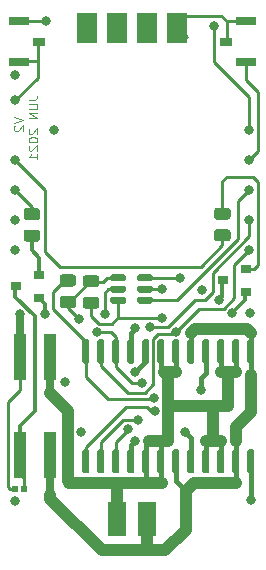
<source format=gbr>
%TF.GenerationSoftware,KiCad,Pcbnew,(5.1.10-1-10_14)*%
%TF.CreationDate,2021-06-13T18:58:13+09:00*%
%TF.ProjectId,tracer,74726163-6572-42e6-9b69-6361645f7063,rev?*%
%TF.SameCoordinates,Original*%
%TF.FileFunction,Copper,L4,Bot*%
%TF.FilePolarity,Positive*%
%FSLAX46Y46*%
G04 Gerber Fmt 4.6, Leading zero omitted, Abs format (unit mm)*
G04 Created by KiCad (PCBNEW (5.1.10-1-10_14)) date 2021-06-13 18:58:13*
%MOMM*%
%LPD*%
G01*
G04 APERTURE LIST*
%TA.AperFunction,NonConductor*%
%ADD10C,0.125000*%
%TD*%
%TA.AperFunction,SMDPad,CuDef*%
%ADD11R,1.800000X2.500000*%
%TD*%
%TA.AperFunction,SMDPad,CuDef*%
%ADD12R,1.700000X0.800000*%
%TD*%
%TA.AperFunction,SMDPad,CuDef*%
%ADD13R,1.100000X0.800000*%
%TD*%
%TA.AperFunction,SMDPad,CuDef*%
%ADD14R,1.500000X3.000000*%
%TD*%
%TA.AperFunction,ComponentPad*%
%ADD15C,0.800000*%
%TD*%
%TA.AperFunction,SMDPad,CuDef*%
%ADD16R,1.000000X4.000000*%
%TD*%
%TA.AperFunction,SMDPad,CuDef*%
%ADD17R,0.500000X0.600000*%
%TD*%
%TA.AperFunction,SMDPad,CuDef*%
%ADD18R,0.900000X0.800000*%
%TD*%
%TA.AperFunction,ViaPad*%
%ADD19C,0.800000*%
%TD*%
%TA.AperFunction,Conductor*%
%ADD20C,0.457200*%
%TD*%
%TA.AperFunction,Conductor*%
%ADD21C,0.304800*%
%TD*%
%TA.AperFunction,Conductor*%
%ADD22C,0.250000*%
%TD*%
%TA.AperFunction,Conductor*%
%ADD23C,0.635000*%
%TD*%
%TA.AperFunction,Conductor*%
%ADD24C,1.016000*%
%TD*%
G04 APERTURE END LIST*
D10*
X-10035714Y39292857D02*
X-9285714Y39042857D01*
X-10035714Y38792857D01*
X-9964285Y38578571D02*
X-10000000Y38542857D01*
X-10035714Y38471428D01*
X-10035714Y38292857D01*
X-10000000Y38221428D01*
X-9964285Y38185714D01*
X-9892857Y38150000D01*
X-9821428Y38150000D01*
X-9714285Y38185714D01*
X-9285714Y38614285D01*
X-9285714Y38150000D01*
X-8785714Y40792857D02*
X-8250000Y40792857D01*
X-8142857Y40828571D01*
X-8071428Y40900000D01*
X-8035714Y41007142D01*
X-8035714Y41078571D01*
X-8785714Y40435714D02*
X-8178571Y40435714D01*
X-8107142Y40400000D01*
X-8071428Y40364285D01*
X-8035714Y40292857D01*
X-8035714Y40150000D01*
X-8071428Y40078571D01*
X-8107142Y40042857D01*
X-8178571Y40007142D01*
X-8785714Y40007142D01*
X-8035714Y39650000D02*
X-8785714Y39650000D01*
X-8035714Y39221428D01*
X-8785714Y39221428D01*
X-8714285Y38328571D02*
X-8750000Y38292857D01*
X-8785714Y38221428D01*
X-8785714Y38042857D01*
X-8750000Y37971428D01*
X-8714285Y37935714D01*
X-8642857Y37900000D01*
X-8571428Y37900000D01*
X-8464285Y37935714D01*
X-8035714Y38364285D01*
X-8035714Y37900000D01*
X-8785714Y37435714D02*
X-8785714Y37364285D01*
X-8750000Y37292857D01*
X-8714285Y37257142D01*
X-8642857Y37221428D01*
X-8500000Y37185714D01*
X-8321428Y37185714D01*
X-8178571Y37221428D01*
X-8107142Y37257142D01*
X-8071428Y37292857D01*
X-8035714Y37364285D01*
X-8035714Y37435714D01*
X-8071428Y37507142D01*
X-8107142Y37542857D01*
X-8178571Y37578571D01*
X-8321428Y37614285D01*
X-8500000Y37614285D01*
X-8642857Y37578571D01*
X-8714285Y37542857D01*
X-8750000Y37507142D01*
X-8785714Y37435714D01*
X-8714285Y36900000D02*
X-8750000Y36864285D01*
X-8785714Y36792857D01*
X-8785714Y36614285D01*
X-8750000Y36542857D01*
X-8714285Y36507142D01*
X-8642857Y36471428D01*
X-8571428Y36471428D01*
X-8464285Y36507142D01*
X-8035714Y36935714D01*
X-8035714Y36471428D01*
X-8035714Y35757142D02*
X-8035714Y36185714D01*
X-8035714Y35971428D02*
X-8785714Y35971428D01*
X-8678571Y36042857D01*
X-8607142Y36114285D01*
X-8571428Y36185714D01*
D11*
%TO.P,A2,1*%
%TO.N,GND*%
X3810000Y46889000D03*
%TO.P,A2,2*%
%TO.N,+3V3*%
X1270000Y46889000D03*
%TO.P,A2,3*%
%TO.N,Net-(A1-Pad15)*%
X-1270000Y46889000D03*
%TO.P,A2,4*%
%TO.N,Net-(A1-Pad16)*%
X-3810000Y46889000D03*
%TD*%
D12*
%TO.P,S2,2*%
%TO.N,Net-(A1-Pad14)*%
X-9588500Y47420000D03*
%TO.P,S2,1*%
%TO.N,GND*%
X-9588500Y44020000D03*
D13*
%TO.P,S2,3*%
X-7938500Y45720000D03*
%TD*%
D12*
%TO.P,S1,2*%
%TO.N,Net-(A1-Pad13)*%
X9588500Y44020000D03*
%TO.P,S1,1*%
%TO.N,GND*%
X9588500Y47420000D03*
D13*
%TO.P,S1,3*%
X7938500Y45720000D03*
%TD*%
%TO.P,R4,2*%
%TO.N,+5V*%
%TA.AperFunction,SMDPad,CuDef*%
G36*
G01*
X-5911002Y24174500D02*
X-5010998Y24174500D01*
G75*
G02*
X-4761000Y23924502I0J-249998D01*
G01*
X-4761000Y23399498D01*
G75*
G02*
X-5010998Y23149500I-249998J0D01*
G01*
X-5911002Y23149500D01*
G75*
G02*
X-6161000Y23399498I0J249998D01*
G01*
X-6161000Y23924502D01*
G75*
G02*
X-5911002Y24174500I249998J0D01*
G01*
G37*
%TD.AperFunction*%
%TO.P,R4,1*%
%TO.N,/SDO2*%
%TA.AperFunction,SMDPad,CuDef*%
G36*
G01*
X-5911002Y25999500D02*
X-5010998Y25999500D01*
G75*
G02*
X-4761000Y25749502I0J-249998D01*
G01*
X-4761000Y25224498D01*
G75*
G02*
X-5010998Y24974500I-249998J0D01*
G01*
X-5911002Y24974500D01*
G75*
G02*
X-6161000Y25224498I0J249998D01*
G01*
X-6161000Y25749502D01*
G75*
G02*
X-5911002Y25999500I249998J0D01*
G01*
G37*
%TD.AperFunction*%
%TD*%
%TO.P,R3,2*%
%TO.N,+5V*%
%TA.AperFunction,SMDPad,CuDef*%
G36*
G01*
X-3042498Y24911000D02*
X-3942502Y24911000D01*
G75*
G02*
X-4192500Y25160998I0J249998D01*
G01*
X-4192500Y25686002D01*
G75*
G02*
X-3942502Y25936000I249998J0D01*
G01*
X-3042498Y25936000D01*
G75*
G02*
X-2792500Y25686002I0J-249998D01*
G01*
X-2792500Y25160998D01*
G75*
G02*
X-3042498Y24911000I-249998J0D01*
G01*
G37*
%TD.AperFunction*%
%TO.P,R3,1*%
%TO.N,/SDO1_5V*%
%TA.AperFunction,SMDPad,CuDef*%
G36*
G01*
X-3042498Y23086000D02*
X-3942502Y23086000D01*
G75*
G02*
X-4192500Y23335998I0J249998D01*
G01*
X-4192500Y23861002D01*
G75*
G02*
X-3942502Y24111000I249998J0D01*
G01*
X-3042498Y24111000D01*
G75*
G02*
X-2792500Y23861002I0J-249998D01*
G01*
X-2792500Y23335998D01*
G75*
G02*
X-3042498Y23086000I-249998J0D01*
G01*
G37*
%TD.AperFunction*%
%TD*%
%TO.P,U3,1*%
%TO.N,+3V3*%
%TA.AperFunction,SMDPad,CuDef*%
G36*
G01*
X1736500Y25865000D02*
X1736500Y25565000D01*
G75*
G02*
X1586500Y25415000I-150000J0D01*
G01*
X561500Y25415000D01*
G75*
G02*
X411500Y25565000I0J150000D01*
G01*
X411500Y25865000D01*
G75*
G02*
X561500Y26015000I150000J0D01*
G01*
X1586500Y26015000D01*
G75*
G02*
X1736500Y25865000I0J-150000D01*
G01*
G37*
%TD.AperFunction*%
%TO.P,U3,2*%
%TO.N,GND*%
%TA.AperFunction,SMDPad,CuDef*%
G36*
G01*
X1736500Y24915000D02*
X1736500Y24615000D01*
G75*
G02*
X1586500Y24465000I-150000J0D01*
G01*
X561500Y24465000D01*
G75*
G02*
X411500Y24615000I0J150000D01*
G01*
X411500Y24915000D01*
G75*
G02*
X561500Y25065000I150000J0D01*
G01*
X1586500Y25065000D01*
G75*
G02*
X1736500Y24915000I0J-150000D01*
G01*
G37*
%TD.AperFunction*%
%TO.P,U3,3*%
%TO.N,/SDO1_3V*%
%TA.AperFunction,SMDPad,CuDef*%
G36*
G01*
X1736500Y23965000D02*
X1736500Y23665000D01*
G75*
G02*
X1586500Y23515000I-150000J0D01*
G01*
X561500Y23515000D01*
G75*
G02*
X411500Y23665000I0J150000D01*
G01*
X411500Y23965000D01*
G75*
G02*
X561500Y24115000I150000J0D01*
G01*
X1586500Y24115000D01*
G75*
G02*
X1736500Y23965000I0J-150000D01*
G01*
G37*
%TD.AperFunction*%
%TO.P,U3,4*%
%TO.N,/SDO1_5V*%
%TA.AperFunction,SMDPad,CuDef*%
G36*
G01*
X-538500Y23965000D02*
X-538500Y23665000D01*
G75*
G02*
X-688500Y23515000I-150000J0D01*
G01*
X-1713500Y23515000D01*
G75*
G02*
X-1863500Y23665000I0J150000D01*
G01*
X-1863500Y23965000D01*
G75*
G02*
X-1713500Y24115000I150000J0D01*
G01*
X-688500Y24115000D01*
G75*
G02*
X-538500Y23965000I0J-150000D01*
G01*
G37*
%TD.AperFunction*%
%TO.P,U3,5*%
%TO.N,/~SHDN*%
%TA.AperFunction,SMDPad,CuDef*%
G36*
G01*
X-538500Y24915000D02*
X-538500Y24615000D01*
G75*
G02*
X-688500Y24465000I-150000J0D01*
G01*
X-1713500Y24465000D01*
G75*
G02*
X-1863500Y24615000I0J150000D01*
G01*
X-1863500Y24915000D01*
G75*
G02*
X-1713500Y25065000I150000J0D01*
G01*
X-688500Y25065000D01*
G75*
G02*
X-538500Y24915000I0J-150000D01*
G01*
G37*
%TD.AperFunction*%
%TO.P,U3,6*%
%TO.N,+5V*%
%TA.AperFunction,SMDPad,CuDef*%
G36*
G01*
X-538500Y25865000D02*
X-538500Y25565000D01*
G75*
G02*
X-688500Y25415000I-150000J0D01*
G01*
X-1713500Y25415000D01*
G75*
G02*
X-1863500Y25565000I0J150000D01*
G01*
X-1863500Y25865000D01*
G75*
G02*
X-1713500Y26015000I150000J0D01*
G01*
X-688500Y26015000D01*
G75*
G02*
X-538500Y25865000I0J-150000D01*
G01*
G37*
%TD.AperFunction*%
%TD*%
D14*
%TO.P,J1,2*%
%TO.N,/SIG2A*%
X-1270000Y5327000D03*
%TO.P,J1,4*%
%TO.N,/SIG2B*%
X1270000Y5327000D03*
%TD*%
D15*
%TO.P,TP14,1*%
%TO.N,Net-(A1-Pad14)*%
X9906000Y38227000D03*
%TD*%
%TO.P,TP13,1*%
%TO.N,Net-(A1-Pad13)*%
X9906000Y35687000D03*
%TD*%
D16*
%TO.P,K2,2*%
%TO.N,Net-(D2-Pad2)*%
X-9525000Y10680000D03*
%TO.P,K2,4*%
%TO.N,/SIG2B*%
X-6985000Y10680000D03*
%TO.P,K2,3*%
%TO.N,/SIG2A*%
X-6985000Y18980000D03*
%TO.P,K2,1*%
%TO.N,+5V*%
X-9525000Y18980000D03*
%TD*%
D17*
%TO.P,D2,2*%
%TO.N,Net-(D2-Pad2)*%
X-9144000Y7845000D03*
%TO.P,D2,1*%
%TO.N,+5V*%
X-9944000Y7845000D03*
%TD*%
%TO.P,R1,2*%
%TO.N,/RELAY1*%
%TA.AperFunction,SMDPad,CuDef*%
G36*
G01*
X7169998Y29826000D02*
X8070002Y29826000D01*
G75*
G02*
X8320000Y29576002I0J-249998D01*
G01*
X8320000Y29050998D01*
G75*
G02*
X8070002Y28801000I-249998J0D01*
G01*
X7169998Y28801000D01*
G75*
G02*
X6920000Y29050998I0J249998D01*
G01*
X6920000Y29576002D01*
G75*
G02*
X7169998Y29826000I249998J0D01*
G01*
G37*
%TD.AperFunction*%
%TO.P,R1,1*%
%TO.N,Net-(Q1-Pad1)*%
%TA.AperFunction,SMDPad,CuDef*%
G36*
G01*
X7169998Y31651000D02*
X8070002Y31651000D01*
G75*
G02*
X8320000Y31401002I0J-249998D01*
G01*
X8320000Y30875998D01*
G75*
G02*
X8070002Y30626000I-249998J0D01*
G01*
X7169998Y30626000D01*
G75*
G02*
X6920000Y30875998I0J249998D01*
G01*
X6920000Y31401002D01*
G75*
G02*
X7169998Y31651000I249998J0D01*
G01*
G37*
%TD.AperFunction*%
%TD*%
%TO.P,R2,2*%
%TO.N,/RELAY2*%
%TA.AperFunction,SMDPad,CuDef*%
G36*
G01*
X-8058998Y30597000D02*
X-8959002Y30597000D01*
G75*
G02*
X-9209000Y30846998I0J249998D01*
G01*
X-9209000Y31372002D01*
G75*
G02*
X-8959002Y31622000I249998J0D01*
G01*
X-8058998Y31622000D01*
G75*
G02*
X-7809000Y31372002I0J-249998D01*
G01*
X-7809000Y30846998D01*
G75*
G02*
X-8058998Y30597000I-249998J0D01*
G01*
G37*
%TD.AperFunction*%
%TO.P,R2,1*%
%TO.N,Net-(Q2-Pad1)*%
%TA.AperFunction,SMDPad,CuDef*%
G36*
G01*
X-8058998Y28772000D02*
X-8959002Y28772000D01*
G75*
G02*
X-9209000Y29021998I0J249998D01*
G01*
X-9209000Y29547002D01*
G75*
G02*
X-8959002Y29797000I249998J0D01*
G01*
X-8058998Y29797000D01*
G75*
G02*
X-7809000Y29547002I0J-249998D01*
G01*
X-7809000Y29021998D01*
G75*
G02*
X-8058998Y28772000I-249998J0D01*
G01*
G37*
%TD.AperFunction*%
%TD*%
D18*
%TO.P,Q1,1*%
%TO.N,Net-(Q1-Pad1)*%
X9636000Y26448000D03*
%TO.P,Q1,2*%
%TO.N,GND*%
X9636000Y24548000D03*
%TO.P,Q1,3*%
%TO.N,Net-(D1-Pad2)*%
X7636000Y25498000D03*
%TD*%
%TO.P,Q2,1*%
%TO.N,Net-(Q2-Pad1)*%
X-7890000Y25940000D03*
%TO.P,Q2,2*%
%TO.N,GND*%
X-7890000Y24040000D03*
%TO.P,Q2,3*%
%TO.N,Net-(D2-Pad2)*%
X-9890000Y24990000D03*
%TD*%
%TO.P,U2,1*%
%TO.N,GND*%
%TA.AperFunction,SMDPad,CuDef*%
G36*
G01*
X10183000Y9155000D02*
X9883000Y9155000D01*
G75*
G02*
X9733000Y9305000I0J150000D01*
G01*
X9733000Y11055000D01*
G75*
G02*
X9883000Y11205000I150000J0D01*
G01*
X10183000Y11205000D01*
G75*
G02*
X10333000Y11055000I0J-150000D01*
G01*
X10333000Y9305000D01*
G75*
G02*
X10183000Y9155000I-150000J0D01*
G01*
G37*
%TD.AperFunction*%
%TO.P,U2,2*%
%TO.N,/SIG2B*%
%TA.AperFunction,SMDPad,CuDef*%
G36*
G01*
X8913000Y9155000D02*
X8613000Y9155000D01*
G75*
G02*
X8463000Y9305000I0J150000D01*
G01*
X8463000Y11055000D01*
G75*
G02*
X8613000Y11205000I150000J0D01*
G01*
X8913000Y11205000D01*
G75*
G02*
X9063000Y11055000I0J-150000D01*
G01*
X9063000Y9305000D01*
G75*
G02*
X8913000Y9155000I-150000J0D01*
G01*
G37*
%TD.AperFunction*%
%TO.P,U2,3*%
%TO.N,/SIG2A*%
%TA.AperFunction,SMDPad,CuDef*%
G36*
G01*
X7643000Y9155000D02*
X7343000Y9155000D01*
G75*
G02*
X7193000Y9305000I0J150000D01*
G01*
X7193000Y11055000D01*
G75*
G02*
X7343000Y11205000I150000J0D01*
G01*
X7643000Y11205000D01*
G75*
G02*
X7793000Y11055000I0J-150000D01*
G01*
X7793000Y9305000D01*
G75*
G02*
X7643000Y9155000I-150000J0D01*
G01*
G37*
%TD.AperFunction*%
%TO.P,U2,4*%
%TA.AperFunction,SMDPad,CuDef*%
G36*
G01*
X6373000Y9155000D02*
X6073000Y9155000D01*
G75*
G02*
X5923000Y9305000I0J150000D01*
G01*
X5923000Y11055000D01*
G75*
G02*
X6073000Y11205000I150000J0D01*
G01*
X6373000Y11205000D01*
G75*
G02*
X6523000Y11055000I0J-150000D01*
G01*
X6523000Y9305000D01*
G75*
G02*
X6373000Y9155000I-150000J0D01*
G01*
G37*
%TD.AperFunction*%
%TO.P,U2,5*%
%TO.N,GND*%
%TA.AperFunction,SMDPad,CuDef*%
G36*
G01*
X5103000Y9155000D02*
X4803000Y9155000D01*
G75*
G02*
X4653000Y9305000I0J150000D01*
G01*
X4653000Y11055000D01*
G75*
G02*
X4803000Y11205000I150000J0D01*
G01*
X5103000Y11205000D01*
G75*
G02*
X5253000Y11055000I0J-150000D01*
G01*
X5253000Y9305000D01*
G75*
G02*
X5103000Y9155000I-150000J0D01*
G01*
G37*
%TD.AperFunction*%
%TO.P,U2,6*%
%TO.N,/SIG2B*%
%TA.AperFunction,SMDPad,CuDef*%
G36*
G01*
X3833000Y9155000D02*
X3533000Y9155000D01*
G75*
G02*
X3383000Y9305000I0J150000D01*
G01*
X3383000Y11055000D01*
G75*
G02*
X3533000Y11205000I150000J0D01*
G01*
X3833000Y11205000D01*
G75*
G02*
X3983000Y11055000I0J-150000D01*
G01*
X3983000Y9305000D01*
G75*
G02*
X3833000Y9155000I-150000J0D01*
G01*
G37*
%TD.AperFunction*%
%TO.P,U2,7*%
%TO.N,/SIG2A*%
%TA.AperFunction,SMDPad,CuDef*%
G36*
G01*
X2563000Y9155000D02*
X2263000Y9155000D01*
G75*
G02*
X2113000Y9305000I0J150000D01*
G01*
X2113000Y11055000D01*
G75*
G02*
X2263000Y11205000I150000J0D01*
G01*
X2563000Y11205000D01*
G75*
G02*
X2713000Y11055000I0J-150000D01*
G01*
X2713000Y9305000D01*
G75*
G02*
X2563000Y9155000I-150000J0D01*
G01*
G37*
%TD.AperFunction*%
%TO.P,U2,8*%
%TA.AperFunction,SMDPad,CuDef*%
G36*
G01*
X1293000Y9155000D02*
X993000Y9155000D01*
G75*
G02*
X843000Y9305000I0J150000D01*
G01*
X843000Y11055000D01*
G75*
G02*
X993000Y11205000I150000J0D01*
G01*
X1293000Y11205000D01*
G75*
G02*
X1443000Y11055000I0J-150000D01*
G01*
X1443000Y9305000D01*
G75*
G02*
X1293000Y9155000I-150000J0D01*
G01*
G37*
%TD.AperFunction*%
%TO.P,U2,9*%
%TO.N,GND*%
%TA.AperFunction,SMDPad,CuDef*%
G36*
G01*
X23000Y9155000D02*
X-277000Y9155000D01*
G75*
G02*
X-427000Y9305000I0J150000D01*
G01*
X-427000Y11055000D01*
G75*
G02*
X-277000Y11205000I150000J0D01*
G01*
X23000Y11205000D01*
G75*
G02*
X173000Y11055000I0J-150000D01*
G01*
X173000Y9305000D01*
G75*
G02*
X23000Y9155000I-150000J0D01*
G01*
G37*
%TD.AperFunction*%
%TO.P,U2,10*%
%TO.N,/~SHDN*%
%TA.AperFunction,SMDPad,CuDef*%
G36*
G01*
X-1247000Y9155000D02*
X-1547000Y9155000D01*
G75*
G02*
X-1697000Y9305000I0J150000D01*
G01*
X-1697000Y11055000D01*
G75*
G02*
X-1547000Y11205000I150000J0D01*
G01*
X-1247000Y11205000D01*
G75*
G02*
X-1097000Y11055000I0J-150000D01*
G01*
X-1097000Y9305000D01*
G75*
G02*
X-1247000Y9155000I-150000J0D01*
G01*
G37*
%TD.AperFunction*%
%TO.P,U2,11*%
%TO.N,/~SS*%
%TA.AperFunction,SMDPad,CuDef*%
G36*
G01*
X-2517000Y9155000D02*
X-2817000Y9155000D01*
G75*
G02*
X-2967000Y9305000I0J150000D01*
G01*
X-2967000Y11055000D01*
G75*
G02*
X-2817000Y11205000I150000J0D01*
G01*
X-2517000Y11205000D01*
G75*
G02*
X-2367000Y11055000I0J-150000D01*
G01*
X-2367000Y9305000D01*
G75*
G02*
X-2517000Y9155000I-150000J0D01*
G01*
G37*
%TD.AperFunction*%
%TO.P,U2,12*%
%TO.N,/SDI*%
%TA.AperFunction,SMDPad,CuDef*%
G36*
G01*
X-3787000Y9155000D02*
X-4087000Y9155000D01*
G75*
G02*
X-4237000Y9305000I0J150000D01*
G01*
X-4237000Y11055000D01*
G75*
G02*
X-4087000Y11205000I150000J0D01*
G01*
X-3787000Y11205000D01*
G75*
G02*
X-3637000Y11055000I0J-150000D01*
G01*
X-3637000Y9305000D01*
G75*
G02*
X-3787000Y9155000I-150000J0D01*
G01*
G37*
%TD.AperFunction*%
%TO.P,U2,13*%
%TO.N,/SDO2*%
%TA.AperFunction,SMDPad,CuDef*%
G36*
G01*
X-3787000Y18455000D02*
X-4087000Y18455000D01*
G75*
G02*
X-4237000Y18605000I0J150000D01*
G01*
X-4237000Y20355000D01*
G75*
G02*
X-4087000Y20505000I150000J0D01*
G01*
X-3787000Y20505000D01*
G75*
G02*
X-3637000Y20355000I0J-150000D01*
G01*
X-3637000Y18605000D01*
G75*
G02*
X-3787000Y18455000I-150000J0D01*
G01*
G37*
%TD.AperFunction*%
%TO.P,U2,14*%
%TO.N,/CLK*%
%TA.AperFunction,SMDPad,CuDef*%
G36*
G01*
X-2517000Y18455000D02*
X-2817000Y18455000D01*
G75*
G02*
X-2967000Y18605000I0J150000D01*
G01*
X-2967000Y20355000D01*
G75*
G02*
X-2817000Y20505000I150000J0D01*
G01*
X-2517000Y20505000D01*
G75*
G02*
X-2367000Y20355000I0J-150000D01*
G01*
X-2367000Y18605000D01*
G75*
G02*
X-2517000Y18455000I-150000J0D01*
G01*
G37*
%TD.AperFunction*%
%TO.P,U2,15*%
%TO.N,/~RS*%
%TA.AperFunction,SMDPad,CuDef*%
G36*
G01*
X-1247000Y18455000D02*
X-1547000Y18455000D01*
G75*
G02*
X-1697000Y18605000I0J150000D01*
G01*
X-1697000Y20355000D01*
G75*
G02*
X-1547000Y20505000I150000J0D01*
G01*
X-1247000Y20505000D01*
G75*
G02*
X-1097000Y20355000I0J-150000D01*
G01*
X-1097000Y18605000D01*
G75*
G02*
X-1247000Y18455000I-150000J0D01*
G01*
G37*
%TD.AperFunction*%
%TO.P,U2,16*%
%TO.N,+5V*%
%TA.AperFunction,SMDPad,CuDef*%
G36*
G01*
X23000Y18455000D02*
X-277000Y18455000D01*
G75*
G02*
X-427000Y18605000I0J150000D01*
G01*
X-427000Y20355000D01*
G75*
G02*
X-277000Y20505000I150000J0D01*
G01*
X23000Y20505000D01*
G75*
G02*
X173000Y20355000I0J-150000D01*
G01*
X173000Y18605000D01*
G75*
G02*
X23000Y18455000I-150000J0D01*
G01*
G37*
%TD.AperFunction*%
%TO.P,U2,17*%
%TO.N,GND*%
%TA.AperFunction,SMDPad,CuDef*%
G36*
G01*
X1293000Y18455000D02*
X993000Y18455000D01*
G75*
G02*
X843000Y18605000I0J150000D01*
G01*
X843000Y20355000D01*
G75*
G02*
X993000Y20505000I150000J0D01*
G01*
X1293000Y20505000D01*
G75*
G02*
X1443000Y20355000I0J-150000D01*
G01*
X1443000Y18605000D01*
G75*
G02*
X1293000Y18455000I-150000J0D01*
G01*
G37*
%TD.AperFunction*%
%TO.P,U2,18*%
%TO.N,/SIG2A*%
%TA.AperFunction,SMDPad,CuDef*%
G36*
G01*
X2563000Y18455000D02*
X2263000Y18455000D01*
G75*
G02*
X2113000Y18605000I0J150000D01*
G01*
X2113000Y20355000D01*
G75*
G02*
X2263000Y20505000I150000J0D01*
G01*
X2563000Y20505000D01*
G75*
G02*
X2713000Y20355000I0J-150000D01*
G01*
X2713000Y18605000D01*
G75*
G02*
X2563000Y18455000I-150000J0D01*
G01*
G37*
%TD.AperFunction*%
%TO.P,U2,19*%
%TA.AperFunction,SMDPad,CuDef*%
G36*
G01*
X3833000Y18455000D02*
X3533000Y18455000D01*
G75*
G02*
X3383000Y18605000I0J150000D01*
G01*
X3383000Y20355000D01*
G75*
G02*
X3533000Y20505000I150000J0D01*
G01*
X3833000Y20505000D01*
G75*
G02*
X3983000Y20355000I0J-150000D01*
G01*
X3983000Y18605000D01*
G75*
G02*
X3833000Y18455000I-150000J0D01*
G01*
G37*
%TD.AperFunction*%
%TO.P,U2,20*%
%TO.N,/SIG2B*%
%TA.AperFunction,SMDPad,CuDef*%
G36*
G01*
X5103000Y18455000D02*
X4803000Y18455000D01*
G75*
G02*
X4653000Y18605000I0J150000D01*
G01*
X4653000Y20355000D01*
G75*
G02*
X4803000Y20505000I150000J0D01*
G01*
X5103000Y20505000D01*
G75*
G02*
X5253000Y20355000I0J-150000D01*
G01*
X5253000Y18605000D01*
G75*
G02*
X5103000Y18455000I-150000J0D01*
G01*
G37*
%TD.AperFunction*%
%TO.P,U2,21*%
%TO.N,GND*%
%TA.AperFunction,SMDPad,CuDef*%
G36*
G01*
X6373000Y18455000D02*
X6073000Y18455000D01*
G75*
G02*
X5923000Y18605000I0J150000D01*
G01*
X5923000Y20355000D01*
G75*
G02*
X6073000Y20505000I150000J0D01*
G01*
X6373000Y20505000D01*
G75*
G02*
X6523000Y20355000I0J-150000D01*
G01*
X6523000Y18605000D01*
G75*
G02*
X6373000Y18455000I-150000J0D01*
G01*
G37*
%TD.AperFunction*%
%TO.P,U2,22*%
%TO.N,/SIG2A*%
%TA.AperFunction,SMDPad,CuDef*%
G36*
G01*
X7643000Y18455000D02*
X7343000Y18455000D01*
G75*
G02*
X7193000Y18605000I0J150000D01*
G01*
X7193000Y20355000D01*
G75*
G02*
X7343000Y20505000I150000J0D01*
G01*
X7643000Y20505000D01*
G75*
G02*
X7793000Y20355000I0J-150000D01*
G01*
X7793000Y18605000D01*
G75*
G02*
X7643000Y18455000I-150000J0D01*
G01*
G37*
%TD.AperFunction*%
%TO.P,U2,23*%
%TA.AperFunction,SMDPad,CuDef*%
G36*
G01*
X8913000Y18455000D02*
X8613000Y18455000D01*
G75*
G02*
X8463000Y18605000I0J150000D01*
G01*
X8463000Y20355000D01*
G75*
G02*
X8613000Y20505000I150000J0D01*
G01*
X8913000Y20505000D01*
G75*
G02*
X9063000Y20355000I0J-150000D01*
G01*
X9063000Y18605000D01*
G75*
G02*
X8913000Y18455000I-150000J0D01*
G01*
G37*
%TD.AperFunction*%
%TO.P,U2,24*%
%TO.N,/SIG2B*%
%TA.AperFunction,SMDPad,CuDef*%
G36*
G01*
X10183000Y18455000D02*
X9883000Y18455000D01*
G75*
G02*
X9733000Y18605000I0J150000D01*
G01*
X9733000Y20355000D01*
G75*
G02*
X9883000Y20505000I150000J0D01*
G01*
X10183000Y20505000D01*
G75*
G02*
X10333000Y20355000I0J-150000D01*
G01*
X10333000Y18605000D01*
G75*
G02*
X10183000Y18455000I-150000J0D01*
G01*
G37*
%TD.AperFunction*%
%TD*%
D19*
%TO.N,GND*%
X5842000Y16227000D03*
X-5715000Y16925500D03*
X-7366000Y22640500D03*
X254000Y17751000D03*
X4445000Y12671000D03*
X-9906000Y40767000D03*
X10033000Y6921500D03*
X-9906000Y6858000D03*
X254000Y11938000D03*
X2540000Y24765000D03*
X3810000Y46100000D03*
X-4318000Y12671000D03*
X8445500Y22733000D03*
%TO.N,/~SS*%
X9906000Y30607000D03*
X444500Y13652500D03*
X1460500Y21526500D03*
%TO.N,/CLK*%
X9906000Y28067000D03*
X3683000Y21145500D03*
%TO.N,/SDI*%
X1905000Y14414500D03*
X5905500Y24701500D03*
%TO.N,/~SHDN*%
X-9906000Y30607000D03*
X-381000Y12890500D03*
X-2349500Y22669500D03*
%TO.N,/~RS*%
X-2984500Y21116500D03*
X-9906000Y28067000D03*
X800000Y16800000D03*
%TO.N,+5V*%
X-9525000Y22640500D03*
X9937750Y22701250D03*
X254000Y21463000D03*
X-4508500Y22225000D03*
X-9900000Y42900000D03*
%TO.N,/SDO2*%
X1873250Y15525750D03*
%TO.N,+3V3*%
X-6604000Y38227000D03*
X1270000Y46100000D03*
X4000500Y25715000D03*
%TO.N,Net-(A1-Pad15)*%
X-1400000Y46100000D03*
%TO.N,Net-(A1-Pad16)*%
X-3800000Y46100000D03*
%TO.N,Net-(D1-Pad2)*%
X7366000Y23876000D03*
%TO.N,Net-(A1-Pad14)*%
X-7300000Y47500000D03*
X6900000Y47000000D03*
%TO.N,/RELAY1*%
X-9906000Y35687000D03*
%TO.N,/RELAY2*%
X-9906000Y33147000D03*
%TO.N,/SDO1_3V*%
X9906000Y33147000D03*
%TO.N,/SDO1_5V*%
X2540000Y22288500D03*
%TD*%
D20*
%TO.N,GND*%
X5842000Y17243000D02*
X5842000Y16227000D01*
X6223000Y17624000D02*
X5842000Y17243000D01*
X6223000Y19480000D02*
X6223000Y17624000D01*
D21*
X-7366000Y22640500D02*
X-7366000Y23516000D01*
X-7366000Y23516000D02*
X-7890000Y24040000D01*
D20*
X254000Y17751000D02*
X1143000Y18640000D01*
X1143000Y18640000D02*
X1143000Y19480000D01*
X4953000Y12163000D02*
X4953000Y10180000D01*
X4445000Y12671000D02*
X4953000Y12163000D01*
X10033000Y6921500D02*
X10033000Y10180000D01*
X-127000Y11557000D02*
X-127000Y10180000D01*
X254000Y11938000D02*
X-127000Y11557000D01*
D22*
X1074000Y24765000D02*
X2540000Y24765000D01*
X3810000Y46100000D02*
X3810000Y46863000D01*
X-9600000Y44100000D02*
X-8000000Y44100000D01*
X-8000000Y42673000D02*
X-9906000Y40767000D01*
X-8000000Y44100000D02*
X-8000000Y42673000D01*
X-8000000Y45750000D02*
X-8000000Y44100000D01*
X-7950000Y45800000D02*
X-8000000Y45750000D01*
X3810000Y46889000D02*
X4599000Y46100000D01*
X9588500Y47434500D02*
X9652000Y47371000D01*
X8001000Y47434500D02*
X9588500Y47434500D01*
X7535500Y47900000D02*
X8001000Y47434500D01*
X4200000Y47900000D02*
X7535500Y47900000D01*
X3800000Y47500000D02*
X4200000Y47900000D01*
X3800000Y47000000D02*
X3800000Y47500000D01*
X8001000Y45782500D02*
X8001000Y47434500D01*
X7938500Y45720000D02*
X8001000Y45782500D01*
D21*
X9525000Y23812500D02*
X9525000Y24482000D01*
X8445500Y22733000D02*
X9525000Y23812500D01*
D22*
%TO.N,/~SS*%
X-2667000Y11811000D02*
X-2667000Y10180000D01*
X444500Y13652500D02*
X-825500Y13652500D01*
X-825500Y13652500D02*
X-2667000Y11811000D01*
X6794500Y26162000D02*
X9906000Y29273500D01*
X6188500Y23876000D02*
X6794500Y24482000D01*
X6794500Y24482000D02*
X6794500Y26162000D01*
X5334000Y23876000D02*
X6188500Y23876000D01*
X9906000Y29273500D02*
X9906000Y30607000D01*
X2984500Y21526500D02*
X5334000Y23876000D01*
X1460500Y21526500D02*
X2984500Y21526500D01*
%TO.N,/CLK*%
X-2667000Y18288000D02*
X-2667000Y19480000D01*
X-379000Y16000000D02*
X-2667000Y18288000D01*
X1043000Y16000000D02*
X-379000Y16000000D01*
X1778000Y16735000D02*
X1043000Y16000000D01*
X1778000Y20574000D02*
X1778000Y16735000D01*
X2159000Y20955000D02*
X1778000Y20574000D01*
X3492500Y20955000D02*
X2159000Y20955000D01*
X3683000Y21145500D02*
X3492500Y20955000D01*
X8636000Y26797000D02*
X9906000Y28067000D01*
X8636000Y24003000D02*
X8636000Y26797000D01*
X7747000Y23114000D02*
X8636000Y24003000D01*
X5651500Y23114000D02*
X7747000Y23114000D01*
X3683000Y21145500D02*
X5651500Y23114000D01*
%TO.N,/SDI*%
X-3937000Y11366500D02*
X-3937000Y10180000D01*
X-508000Y14795500D02*
X-3937000Y11366500D01*
X1206500Y14795500D02*
X-508000Y14795500D01*
X1587500Y14414500D02*
X1206500Y14795500D01*
X1905000Y14414500D02*
X1587500Y14414500D01*
%TO.N,/~SHDN*%
X-381000Y12827000D02*
X-1397000Y11811000D01*
X-1397000Y11811000D02*
X-1397000Y10180000D01*
X-381000Y12890500D02*
X-381000Y12827000D01*
X-2032000Y24765000D02*
X-1201000Y24765000D01*
X-2349500Y24447500D02*
X-2032000Y24765000D01*
X-2349500Y22669500D02*
X-2349500Y24447500D01*
%TO.N,/~RS*%
X-1397000Y20672000D02*
X-1397000Y19480000D01*
X-1841500Y21116500D02*
X-1397000Y20672000D01*
X-2984500Y21116500D02*
X-1841500Y21116500D01*
X-1397000Y18197000D02*
X-1397000Y19480000D01*
X0Y16800000D02*
X-1397000Y18197000D01*
X800000Y16800000D02*
X0Y16800000D01*
D23*
%TO.N,+5V*%
X-9525000Y18980000D02*
X-9525000Y22640500D01*
D22*
X-9525000Y16227000D02*
X-9525000Y19021000D01*
X-10541000Y15211000D02*
X-9525000Y16227000D01*
X-10541000Y8035500D02*
X-10541000Y15211000D01*
X-10350500Y7845000D02*
X-10541000Y8035500D01*
X-9944000Y7845000D02*
X-10350500Y7845000D01*
D20*
X-127000Y21082000D02*
X-127000Y19480000D01*
X254000Y21463000D02*
X-127000Y21082000D01*
D22*
X-3619500Y25400000D02*
X-5334000Y23685500D01*
X-2476500Y25400000D02*
X-3619500Y25400000D01*
X-2161500Y25715000D02*
X-2476500Y25400000D01*
X-5334000Y23685500D02*
X-5461000Y23685500D01*
X-1201000Y25715000D02*
X-2161500Y25715000D01*
X-5461000Y23662000D02*
X-5461000Y23177500D01*
X-5461000Y23177500D02*
X-4508500Y22225000D01*
D20*
%TO.N,/SIG2B*%
X10033000Y17497000D02*
X10033000Y19529000D01*
D24*
X10033000Y17497000D02*
X10033000Y14322000D01*
X8763000Y13052000D02*
X8763000Y11909000D01*
X10033000Y14322000D02*
X8763000Y13052000D01*
D20*
X8763000Y10180000D02*
X8763000Y11909000D01*
X8763000Y10180000D02*
X8763000Y8353000D01*
D24*
X5207000Y8353000D02*
X8763000Y8353000D01*
D20*
X3683000Y10180000D02*
X3683000Y8480000D01*
D24*
X4508500Y7654500D02*
X5207000Y8353000D01*
D20*
X3683000Y8480000D02*
X4508500Y7654500D01*
D23*
X1365000Y4448000D02*
X1524000Y4289000D01*
X1365000Y6277000D02*
X1365000Y4448000D01*
X-6985000Y10680000D02*
X-6985000Y7337000D01*
D24*
X4508500Y4352500D02*
X2794000Y2638000D01*
X4508500Y7654500D02*
X4508500Y4352500D01*
X1270000Y2955500D02*
X1587500Y2638000D01*
X1270000Y5327000D02*
X1270000Y2955500D01*
X2794000Y2638000D02*
X1587500Y2638000D01*
X-2603500Y2638000D02*
X-6985000Y7019500D01*
X-6985000Y7019500D02*
X-6985000Y7337000D01*
X1587500Y2638000D02*
X-2603500Y2638000D01*
D20*
X4953000Y19480000D02*
X4953000Y21082000D01*
X10033000Y19480000D02*
X10033000Y21082000D01*
D24*
X5270500Y21399500D02*
X9715500Y21399500D01*
X9715500Y21399500D02*
X10033000Y21082000D01*
X4953000Y21082000D02*
X5270500Y21399500D01*
%TO.N,/SIG2A*%
X-1143000Y8353000D02*
X-1524000Y8353000D01*
D20*
X6223000Y10180000D02*
X6223000Y11909000D01*
X8763000Y19480000D02*
X8763000Y17751000D01*
D24*
X6223000Y11909000D02*
X7493000Y11909000D01*
D20*
X7493000Y10180000D02*
X7493000Y11909000D01*
D24*
X6858000Y12163000D02*
X6858000Y14830000D01*
D20*
X2413000Y10180000D02*
X2413000Y11909000D01*
D24*
X7493000Y17751000D02*
X8763000Y17751000D01*
D20*
X1143000Y10180000D02*
X1143000Y11909000D01*
X7493000Y19480000D02*
X7493000Y17751000D01*
D23*
X-6985000Y18980000D02*
X-6985000Y15973000D01*
X-1175000Y8321000D02*
X-1143000Y8353000D01*
D20*
X2413000Y8480000D02*
X2540000Y8353000D01*
X2413000Y10180000D02*
X2413000Y8480000D01*
X1143000Y10180000D02*
X1143000Y8480000D01*
X1143000Y8480000D02*
X1016000Y8353000D01*
D24*
X1016000Y8353000D02*
X-1143000Y8353000D01*
X2540000Y8353000D02*
X1016000Y8353000D01*
X-5461000Y14449000D02*
X-6985000Y15973000D01*
X-5461000Y8480000D02*
X-5461000Y14449000D01*
X-5334000Y8353000D02*
X-5461000Y8480000D01*
X-1587500Y8353000D02*
X-5334000Y8353000D01*
X-1270000Y8226000D02*
X-1143000Y8353000D01*
X-1270000Y4327000D02*
X-1270000Y8226000D01*
X1397000Y11909000D02*
X2413000Y11909000D01*
X8128000Y14830000D02*
X8128000Y17370000D01*
X3082500Y14830000D02*
X8128000Y14830000D01*
X3048000Y14795500D02*
X3082500Y14830000D01*
X3048000Y12001500D02*
X3048000Y14795500D01*
X2984500Y11938000D02*
X3048000Y12001500D01*
X1397000Y11938000D02*
X2984500Y11938000D01*
D20*
X2413000Y19480000D02*
X2413000Y17780000D01*
X3683000Y19480000D02*
X3683000Y17780000D01*
D24*
X3683000Y17780000D02*
X2667000Y17780000D01*
X3048000Y17399000D02*
X2667000Y17780000D01*
X3048000Y14795500D02*
X3048000Y17399000D01*
D22*
%TO.N,/SDO2*%
X-3937000Y20227500D02*
X-3937000Y19480000D01*
X-3937000Y19563000D02*
X-3900000Y19600000D01*
X-3937000Y17337000D02*
X-3937000Y19563000D01*
X-2030500Y15430500D02*
X-3937000Y17337000D01*
X1778000Y15430500D02*
X-2030500Y15430500D01*
X1873250Y15525750D02*
X1778000Y15430500D01*
X-5715000Y25527000D02*
X-5524500Y25527000D01*
X-6731000Y23050500D02*
X-6731000Y24511000D01*
X-3937000Y20256500D02*
X-6731000Y23050500D01*
X-6731000Y24511000D02*
X-5715000Y25527000D01*
X-3937000Y19480000D02*
X-3937000Y20256500D01*
%TO.N,+3V3*%
X1270000Y46889000D02*
X1270000Y46100000D01*
X1074000Y25715000D02*
X4000500Y25715000D01*
%TO.N,Net-(A1-Pad15)*%
X-1400000Y46759000D02*
X-1270000Y46889000D01*
X-1400000Y46100000D02*
X-1400000Y46759000D01*
%TO.N,Net-(A1-Pad16)*%
X-3800000Y46879000D02*
X-3810000Y46889000D01*
X-3800000Y46100000D02*
X-3800000Y46879000D01*
%TO.N,Net-(Q1-Pad1)*%
X10649990Y26832445D02*
X10265545Y26448000D01*
X10649990Y33863510D02*
X10649990Y26832445D01*
X10265545Y26448000D02*
X9636000Y26448000D01*
X10649990Y33863510D02*
X10223500Y34290000D01*
X10223500Y34290000D02*
X8001000Y34290000D01*
X8001000Y34290000D02*
X7620000Y33909000D01*
X7620000Y33909000D02*
X7620000Y31242000D01*
D21*
%TO.N,Net-(Q2-Pad1)*%
X-8509000Y28038000D02*
X-8509000Y29244500D01*
X-7890000Y27419000D02*
X-8509000Y28038000D01*
X-7890000Y25940000D02*
X-7890000Y27419000D01*
%TO.N,Net-(D1-Pad2)*%
X7366000Y23876000D02*
X7620000Y24130000D01*
X7620000Y24130000D02*
X7620000Y25561500D01*
D22*
%TO.N,Net-(D2-Pad2)*%
X-9525000Y9115000D02*
X-9525000Y11020000D01*
X-9144000Y8734000D02*
X-9525000Y9115000D01*
X-9144000Y7845000D02*
X-9144000Y8734000D01*
D21*
X-9525000Y13179000D02*
X-9525000Y10680000D01*
X-8255000Y14449000D02*
X-9525000Y13179000D01*
X-8255000Y22450000D02*
X-8255000Y14449000D01*
X-9906000Y24101000D02*
X-8255000Y22450000D01*
X-9906000Y24990000D02*
X-9906000Y24101000D01*
D22*
%TO.N,Net-(A1-Pad13)*%
X10649990Y36449990D02*
X9900000Y35700000D01*
X10649990Y41450010D02*
X10649990Y36449990D01*
X9600000Y42500000D02*
X10649990Y41450010D01*
X9600000Y42500000D02*
X9600000Y43994000D01*
X9600000Y43994000D02*
X9588500Y44005500D01*
%TO.N,Net-(A1-Pad14)*%
X9900000Y41000000D02*
X9900000Y38200000D01*
X6900000Y44000000D02*
X9900000Y41000000D01*
X6900000Y47000000D02*
X6900000Y44000000D01*
X-9586500Y47500000D02*
X-7300000Y47500000D01*
X-9588500Y47498000D02*
X-9586500Y47500000D01*
%TO.N,/RELAY1*%
X-9906000Y35687000D02*
X-9808000Y35687000D01*
X-7366000Y33147000D02*
X-9906000Y35687000D01*
X5778500Y26670000D02*
X-6096000Y26670000D01*
X7620000Y28511500D02*
X5778500Y26670000D01*
X-7366000Y27940000D02*
X-7366000Y33147000D01*
X-6096000Y26670000D02*
X-7366000Y27940000D01*
X7620000Y29313500D02*
X7620000Y28511500D01*
%TO.N,/RELAY2*%
X-8445500Y31149500D02*
X-8128000Y31149500D01*
X-8509000Y31213000D02*
X-8445500Y31149500D01*
X-8509000Y31750000D02*
X-8509000Y31213000D01*
X-9906000Y33147000D02*
X-8509000Y31750000D01*
%TO.N,/SDO1_3V*%
X8953500Y32194500D02*
X9906000Y33147000D01*
X3749000Y23815000D02*
X8953500Y29019500D01*
X8953500Y29019500D02*
X8953500Y32194500D01*
X1074000Y23815000D02*
X3749000Y23815000D01*
%TO.N,/SDO1_5V*%
X-3492500Y23598500D02*
X-3492500Y22479000D01*
X-3492500Y22479000D02*
X-2857500Y21844000D01*
X-2857500Y21844000D02*
X-1714500Y21844000D01*
X-1714500Y21844000D02*
X-1195500Y22363000D01*
X-1201000Y23108500D02*
X-1201000Y23815000D01*
X-1195500Y23114000D02*
X-1201000Y23108500D01*
X-1195500Y22404500D02*
X-1195500Y23114000D01*
X2476500Y22352000D02*
X-1206500Y22352000D01*
X2540000Y22288500D02*
X2476500Y22352000D01*
%TD*%
M02*

</source>
